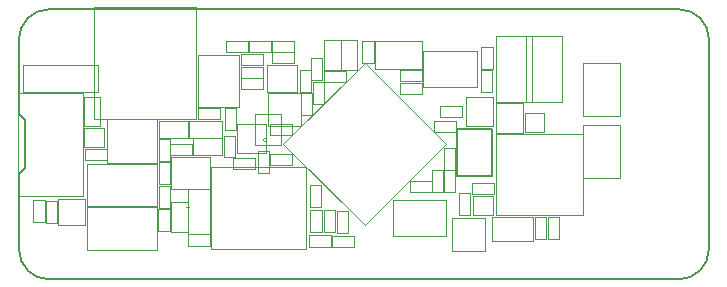
<source format=gbr>
G04 #@! TF.GenerationSoftware,KiCad,Pcbnew,5.1.5+dfsg1-2~bpo10+1*
G04 #@! TF.CreationDate,2020-03-27T19:59:47+01:00*
G04 #@! TF.ProjectId,quick-feather-board,71756963-6b2d-4666-9561-746865722d62,rev?*
G04 #@! TF.SameCoordinates,Original*
G04 #@! TF.FileFunction,Other,User*
%FSLAX46Y46*%
G04 Gerber Fmt 4.6, Leading zero omitted, Abs format (unit mm)*
G04 Created by KiCad (PCBNEW 5.1.5+dfsg1-2~bpo10+1) date 2020-03-27 19:59:47*
%MOMM*%
%LPD*%
G04 APERTURE LIST*
%ADD10C,0.150000*%
%ADD11C,0.100000*%
%ADD12C,0.050000*%
%ADD13C,0.120000*%
G04 APERTURE END LIST*
D10*
X123101100Y-102463600D02*
X123609100Y-102971600D01*
X123609100Y-102971600D02*
X123609100Y-107035600D01*
X123609100Y-107035600D02*
X123101100Y-107543600D01*
X178981100Y-93573600D02*
G75*
G02X181521100Y-96113600I0J-2540000D01*
G01*
X181521100Y-113893600D02*
G75*
G02X178981100Y-116433600I-2540000J0D01*
G01*
X125641100Y-116433600D02*
X178981100Y-116433600D01*
X181521100Y-113893600D02*
X181521100Y-96113600D01*
X178981100Y-93573600D02*
X125641100Y-93573600D01*
X123101100Y-96113600D02*
G75*
G02X125641100Y-93573600I2540000J0D01*
G01*
X123101100Y-96113600D02*
X123101100Y-102463600D01*
X123101100Y-107543600D02*
X123101100Y-113893600D01*
X125641100Y-116433600D02*
G75*
G02X123101100Y-113893600I0J2540000D01*
G01*
D11*
X144100000Y-104635000D02*
G75*
G03X144100000Y-104635000I-150000J0D01*
G01*
X143100000Y-105085000D02*
X143100000Y-102435000D01*
X145250000Y-105085000D02*
X143100000Y-105085000D01*
X145250000Y-102435000D02*
X145250000Y-105085000D01*
X143100000Y-102435000D02*
X145250000Y-102435000D01*
D12*
X163480000Y-104113600D02*
X163480000Y-110973600D01*
X163480000Y-104113600D02*
X170840000Y-104113600D01*
X163480000Y-110973600D02*
X170840000Y-110973600D01*
X170840000Y-104113600D02*
X170840000Y-110973600D01*
X128830000Y-110350000D02*
X134830000Y-110350000D01*
X128830000Y-113950000D02*
X128830000Y-110350000D01*
X134830000Y-113950000D02*
X128830000Y-113950000D01*
X134830000Y-110350000D02*
X134830000Y-113950000D01*
X128830000Y-106650000D02*
X134830000Y-106650000D01*
X128830000Y-110250000D02*
X128830000Y-106650000D01*
X134830000Y-110250000D02*
X128830000Y-110250000D01*
X134830000Y-106650000D02*
X134830000Y-110250000D01*
X137775300Y-105896700D02*
X135915300Y-105896700D01*
X137775300Y-104956700D02*
X137775300Y-105896700D01*
X135915300Y-104956700D02*
X137775300Y-104956700D01*
X135915300Y-105896700D02*
X135915300Y-104956700D01*
X128695060Y-111801700D02*
X126395060Y-111801700D01*
X128695060Y-109601700D02*
X126395060Y-109601700D01*
X128695060Y-109601700D02*
X128695060Y-111801700D01*
X126395060Y-109601700D02*
X126395060Y-111801700D01*
X152360000Y-111848936D02*
X145501064Y-104990000D01*
X159218936Y-104990000D02*
X152360000Y-111848936D01*
X152360000Y-98131064D02*
X159218936Y-104990000D01*
X145501064Y-104990000D02*
X152360000Y-98131064D01*
X125400300Y-111631700D02*
X125400300Y-109771700D01*
X126340300Y-111631700D02*
X125400300Y-111631700D01*
X126340300Y-109771700D02*
X126340300Y-111631700D01*
X125400300Y-109771700D02*
X126340300Y-109771700D01*
X173961000Y-107893000D02*
X170861000Y-107893000D01*
X173961000Y-107893000D02*
X173961000Y-103393000D01*
X170861000Y-103393000D02*
X170861000Y-107893000D01*
X170861000Y-103393000D02*
X173961000Y-103393000D01*
X159240000Y-109710000D02*
X159240000Y-112810000D01*
X159240000Y-109710000D02*
X154740000Y-109710000D01*
X154740000Y-112810000D02*
X159240000Y-112810000D01*
X154740000Y-112810000D02*
X154740000Y-109710000D01*
X173961000Y-102593000D02*
X170861000Y-102593000D01*
X173961000Y-102593000D02*
X173961000Y-98093000D01*
X170861000Y-98093000D02*
X170861000Y-102593000D01*
X170861000Y-98093000D02*
X173961000Y-98093000D01*
X161850000Y-97090000D02*
X161850000Y-100190000D01*
X161850000Y-97090000D02*
X157350000Y-97090000D01*
X157350000Y-100190000D02*
X161850000Y-100190000D01*
X157350000Y-100190000D02*
X157350000Y-97090000D01*
X137450000Y-108830000D02*
X139310000Y-108830000D01*
X137450000Y-112630000D02*
X139310000Y-112630000D01*
X139310000Y-108830000D02*
X139310000Y-112630000D01*
X137450000Y-108830000D02*
X137450000Y-112630000D01*
D13*
X137541800Y-110272800D02*
X137211600Y-110272800D01*
D12*
X144050000Y-103270000D02*
X144050000Y-105770000D01*
X141550000Y-103270000D02*
X144050000Y-103270000D01*
X141550000Y-105770000D02*
X141550000Y-103270000D01*
X144050000Y-105770000D02*
X141550000Y-105770000D01*
X144130000Y-98290000D02*
X146630000Y-98290000D01*
X146630000Y-98290000D02*
X146630000Y-100590000D01*
X146630000Y-100590000D02*
X144130000Y-100590000D01*
X144130000Y-100590000D02*
X144130000Y-98290000D01*
X165790000Y-101510000D02*
X165790000Y-104010000D01*
X165790000Y-104010000D02*
X163490000Y-104010000D01*
X163490000Y-104010000D02*
X163490000Y-101510000D01*
X163490000Y-101510000D02*
X165790000Y-101510000D01*
X163240000Y-100980000D02*
X163240000Y-103480000D01*
X163240000Y-103480000D02*
X160940000Y-103480000D01*
X160940000Y-103480000D02*
X160940000Y-100980000D01*
X160940000Y-100980000D02*
X163240000Y-100980000D01*
X166531100Y-101443600D02*
X166531100Y-95863600D01*
X166531100Y-101443600D02*
X163491100Y-101443600D01*
X166531100Y-95863600D02*
X163491100Y-95863600D01*
X163491100Y-101443600D02*
X163491100Y-95863600D01*
X166031000Y-101443000D02*
X166031000Y-95863000D01*
X169071000Y-95863000D02*
X166031000Y-95863000D01*
X169071000Y-101443000D02*
X166031000Y-101443000D01*
X169071000Y-101443000D02*
X169071000Y-95863000D01*
X141750000Y-97430000D02*
X138250000Y-97430000D01*
X138250000Y-97430000D02*
X138250000Y-101830000D01*
X138250000Y-101830000D02*
X141750000Y-101830000D01*
X141750000Y-101830000D02*
X141750000Y-97430000D01*
X148770000Y-97670000D02*
X148770000Y-99530000D01*
X147830000Y-97670000D02*
X148770000Y-97670000D01*
X147830000Y-99530000D02*
X147830000Y-97670000D01*
X148770000Y-99530000D02*
X147830000Y-99530000D01*
X135960000Y-108750000D02*
X139260000Y-108750000D01*
X135960000Y-106050000D02*
X139260000Y-106050000D01*
X139260000Y-106050000D02*
X139260000Y-108750000D01*
X135960000Y-106050000D02*
X135960000Y-108750000D01*
X139400000Y-106900000D02*
X147400000Y-106900000D01*
X147400000Y-106900000D02*
X147400000Y-113900000D01*
X147400000Y-113900000D02*
X139400000Y-113900000D01*
X139400000Y-113900000D02*
X139400000Y-106900000D01*
X138119100Y-93400000D02*
X129419100Y-93400000D01*
X138119100Y-93400000D02*
X138119100Y-102900000D01*
X138119100Y-102900000D02*
X129419100Y-102900000D01*
X129419100Y-93400000D02*
X129419100Y-102900000D01*
X122990000Y-100653600D02*
X128490000Y-100653600D01*
X122990000Y-100653600D02*
X122990000Y-109353600D01*
X122990000Y-109353600D02*
X128490000Y-109353600D01*
X128490000Y-100653600D02*
X128490000Y-109353600D01*
X129775000Y-98300000D02*
X129775000Y-100600000D01*
X129775000Y-100600000D02*
X123425000Y-100600000D01*
X123425000Y-100600000D02*
X123425000Y-98300000D01*
X129775000Y-98300000D02*
X123425000Y-98300000D01*
X140330000Y-103020000D02*
X140330000Y-104440000D01*
X137530000Y-103020000D02*
X137530000Y-104440000D01*
X140330000Y-104440000D02*
X137530000Y-104440000D01*
X140330000Y-103020000D02*
X137530000Y-103020000D01*
X130000000Y-103480000D02*
X128580000Y-103480000D01*
X130000000Y-101120000D02*
X130000000Y-103340000D01*
X128580000Y-100980000D02*
X130000000Y-100980000D01*
X128580000Y-103340000D02*
X128580000Y-101120000D01*
X130000000Y-103340000D02*
X130000000Y-103480000D01*
X128580000Y-103340000D02*
X128580000Y-103480000D01*
X128580000Y-101120000D02*
X128580000Y-100980000D01*
X130000000Y-101120000D02*
X130000000Y-100980000D01*
X140300000Y-104490000D02*
X140300000Y-105910000D01*
X137940000Y-104490000D02*
X140160000Y-104490000D01*
X137800000Y-105910000D02*
X137800000Y-104490000D01*
X140160000Y-105910000D02*
X137940000Y-105910000D01*
X140160000Y-104490000D02*
X140300000Y-104490000D01*
X140160000Y-105910000D02*
X140300000Y-105910000D01*
X137940000Y-105910000D02*
X137800000Y-105910000D01*
X137940000Y-104490000D02*
X137800000Y-104490000D01*
X134940000Y-104430000D02*
X134940000Y-103010000D01*
X137300000Y-104430000D02*
X135080000Y-104430000D01*
X137440000Y-103010000D02*
X137440000Y-104430000D01*
X135080000Y-103010000D02*
X137300000Y-103010000D01*
X135080000Y-104430000D02*
X134940000Y-104430000D01*
X135080000Y-103010000D02*
X134940000Y-103010000D01*
X137300000Y-103010000D02*
X137440000Y-103010000D01*
X137300000Y-104430000D02*
X137440000Y-104430000D01*
X137390000Y-112430000D02*
X135970000Y-112430000D01*
X137390000Y-110070000D02*
X137390000Y-112290000D01*
X135970000Y-109930000D02*
X137390000Y-109930000D01*
X135970000Y-112290000D02*
X135970000Y-110070000D01*
X137390000Y-112290000D02*
X137390000Y-112430000D01*
X135970000Y-112290000D02*
X135970000Y-112430000D01*
X135970000Y-110070000D02*
X135970000Y-109930000D01*
X137390000Y-110070000D02*
X137390000Y-109930000D01*
X128730000Y-105420000D02*
X130590000Y-105420000D01*
X128730000Y-106360000D02*
X128730000Y-105420000D01*
X130590000Y-106360000D02*
X128730000Y-106360000D01*
X130590000Y-105420000D02*
X130590000Y-106360000D01*
X134930000Y-106390000D02*
X134930000Y-104530000D01*
X135870000Y-106390000D02*
X134930000Y-106390000D01*
X135870000Y-104530000D02*
X135870000Y-106390000D01*
X134930000Y-104530000D02*
X135870000Y-104530000D01*
X135870000Y-108510000D02*
X135870000Y-110370000D01*
X134930000Y-108510000D02*
X135870000Y-108510000D01*
X134930000Y-110370000D02*
X134930000Y-108510000D01*
X135870000Y-110370000D02*
X134930000Y-110370000D01*
X135860000Y-106520000D02*
X135860000Y-108380000D01*
X134920000Y-106520000D02*
X135860000Y-106520000D01*
X134920000Y-108380000D02*
X134920000Y-106520000D01*
X135860000Y-108380000D02*
X134920000Y-108380000D01*
X135850000Y-110450000D02*
X135850000Y-112310000D01*
X134910000Y-110450000D02*
X135850000Y-110450000D01*
X134910000Y-112310000D02*
X134910000Y-110450000D01*
X135850000Y-112310000D02*
X134910000Y-112310000D01*
X153220000Y-98630000D02*
X153220000Y-96230000D01*
X153220000Y-96230000D02*
X157240000Y-96230000D01*
X157240000Y-98630000D02*
X157240000Y-96230000D01*
X153220000Y-98630000D02*
X157240000Y-98630000D01*
X153130000Y-96220000D02*
X153130000Y-98080000D01*
X152190000Y-96220000D02*
X153130000Y-96220000D01*
X152190000Y-98080000D02*
X152190000Y-96220000D01*
X153130000Y-98080000D02*
X152190000Y-98080000D01*
X148900000Y-99720000D02*
X148900000Y-101580000D01*
X147960000Y-99720000D02*
X148900000Y-99720000D01*
X147960000Y-101580000D02*
X147960000Y-99720000D01*
X148900000Y-101580000D02*
X147960000Y-101580000D01*
X167740300Y-111171700D02*
X167740300Y-113031700D01*
X166800300Y-111171700D02*
X167740300Y-111171700D01*
X166800300Y-113031700D02*
X166800300Y-111171700D01*
X167740300Y-113031700D02*
X166800300Y-113031700D01*
X150000000Y-112510000D02*
X150000000Y-110650000D01*
X150940000Y-112510000D02*
X150000000Y-112510000D01*
X150940000Y-110650000D02*
X150940000Y-112510000D01*
X150000000Y-110650000D02*
X150940000Y-110650000D01*
X147750000Y-110310000D02*
X147750000Y-108450000D01*
X148690000Y-110310000D02*
X147750000Y-110310000D01*
X148690000Y-108450000D02*
X148690000Y-110310000D01*
X147750000Y-108450000D02*
X148690000Y-108450000D01*
X148890000Y-112470000D02*
X148890000Y-110610000D01*
X149830000Y-112470000D02*
X148890000Y-112470000D01*
X149830000Y-110610000D02*
X149830000Y-112470000D01*
X148890000Y-110610000D02*
X149830000Y-110610000D01*
X147780000Y-112450000D02*
X147780000Y-110590000D01*
X148720000Y-112450000D02*
X147780000Y-112450000D01*
X148720000Y-110590000D02*
X148720000Y-112450000D01*
X147780000Y-110590000D02*
X148720000Y-110590000D01*
D10*
X160890000Y-107700000D02*
X160190000Y-107700000D01*
X160890000Y-107700000D02*
X163190000Y-107700000D01*
X160190000Y-103670000D02*
X161700000Y-103670000D01*
X160190000Y-107700000D02*
X160190000Y-103670000D01*
X163190000Y-103670000D02*
X163190000Y-107700000D01*
X161690000Y-103670000D02*
X163190000Y-103670000D01*
D12*
X160030000Y-107210000D02*
X160030000Y-109070000D01*
X159090000Y-107210000D02*
X160030000Y-107210000D01*
X159090000Y-109070000D02*
X159090000Y-107210000D01*
X160030000Y-109070000D02*
X159090000Y-109070000D01*
X159100000Y-107140000D02*
X159100000Y-105280000D01*
X160040000Y-107140000D02*
X159100000Y-107140000D01*
X160040000Y-105280000D02*
X160040000Y-107140000D01*
X159100000Y-105280000D02*
X160040000Y-105280000D01*
X143800000Y-100320000D02*
X141940000Y-100320000D01*
X143800000Y-99380000D02*
X143800000Y-100320000D01*
X141940000Y-99380000D02*
X143800000Y-99380000D01*
X141940000Y-100320000D02*
X141940000Y-99380000D01*
X141371000Y-106123000D02*
X140431000Y-106123000D01*
X140431000Y-106123000D02*
X140431000Y-104263000D01*
X140431000Y-104263000D02*
X141371000Y-104263000D01*
X141371000Y-104263000D02*
X141371000Y-106123000D01*
X144381000Y-103253000D02*
X146241000Y-103253000D01*
X144381000Y-104193000D02*
X144381000Y-103253000D01*
X146241000Y-104193000D02*
X144381000Y-104193000D01*
X146241000Y-103253000D02*
X146241000Y-104193000D01*
X147950000Y-100640000D02*
X147950000Y-102500000D01*
X147010000Y-100640000D02*
X147950000Y-100640000D01*
X147010000Y-102500000D02*
X147010000Y-100640000D01*
X147950000Y-102500000D02*
X147010000Y-102500000D01*
X141450000Y-101915000D02*
X141450000Y-103775000D01*
X140510000Y-101915000D02*
X141450000Y-101915000D01*
X140510000Y-103775000D02*
X140510000Y-101915000D01*
X141450000Y-103775000D02*
X140510000Y-103775000D01*
X146880000Y-100540000D02*
X146880000Y-98680000D01*
X147820000Y-100540000D02*
X146880000Y-100540000D01*
X147820000Y-98680000D02*
X147820000Y-100540000D01*
X146880000Y-98680000D02*
X147820000Y-98680000D01*
X155400000Y-99790000D02*
X157260000Y-99790000D01*
X155400000Y-100730000D02*
X155400000Y-99790000D01*
X157260000Y-100730000D02*
X155400000Y-100730000D01*
X157260000Y-99790000D02*
X157260000Y-100730000D01*
X158720000Y-101780000D02*
X160580000Y-101780000D01*
X158720000Y-102720000D02*
X158720000Y-101780000D01*
X160580000Y-102720000D02*
X158720000Y-102720000D01*
X160580000Y-101780000D02*
X160580000Y-102720000D01*
X146420000Y-98140000D02*
X144560000Y-98140000D01*
X146420000Y-97200000D02*
X146420000Y-98140000D01*
X144560000Y-97200000D02*
X146420000Y-97200000D01*
X144560000Y-98140000D02*
X144560000Y-97200000D01*
X148910000Y-98760000D02*
X150770000Y-98760000D01*
X148910000Y-99700000D02*
X148910000Y-98760000D01*
X150770000Y-99700000D02*
X148910000Y-99700000D01*
X150770000Y-98760000D02*
X150770000Y-99700000D01*
X160130000Y-103990000D02*
X158270000Y-103990000D01*
X160130000Y-103050000D02*
X160130000Y-103990000D01*
X158270000Y-103050000D02*
X160130000Y-103050000D01*
X158270000Y-103990000D02*
X158270000Y-103050000D01*
X150360000Y-98700000D02*
X148940000Y-98700000D01*
X150360000Y-96340000D02*
X150360000Y-98560000D01*
X148940000Y-96200000D02*
X150360000Y-96200000D01*
X148940000Y-98560000D02*
X148940000Y-96340000D01*
X150360000Y-98560000D02*
X150360000Y-98700000D01*
X148940000Y-98560000D02*
X148940000Y-98700000D01*
X148940000Y-96340000D02*
X148940000Y-96200000D01*
X150360000Y-96340000D02*
X150360000Y-96200000D01*
X144385000Y-105850000D02*
X146245000Y-105850000D01*
X144385000Y-106790000D02*
X144385000Y-105850000D01*
X146245000Y-106790000D02*
X144385000Y-106790000D01*
X146245000Y-105850000D02*
X146245000Y-106790000D01*
X151750000Y-98700000D02*
X150330000Y-98700000D01*
X151750000Y-96340000D02*
X151750000Y-98560000D01*
X150330000Y-96200000D02*
X151750000Y-96200000D01*
X150330000Y-98560000D02*
X150330000Y-96340000D01*
X151750000Y-98560000D02*
X151750000Y-98700000D01*
X150330000Y-98560000D02*
X150330000Y-98700000D01*
X150330000Y-96340000D02*
X150330000Y-96200000D01*
X151750000Y-96340000D02*
X151750000Y-96200000D01*
X158040000Y-109060000D02*
X156180000Y-109060000D01*
X158040000Y-108120000D02*
X158040000Y-109060000D01*
X156180000Y-108120000D02*
X158040000Y-108120000D01*
X156180000Y-109060000D02*
X156180000Y-108120000D01*
X143111000Y-107093000D02*
X141251000Y-107093000D01*
X143111000Y-106153000D02*
X143111000Y-107093000D01*
X141251000Y-106153000D02*
X143111000Y-106153000D01*
X141251000Y-107093000D02*
X141251000Y-106153000D01*
X144311000Y-105563000D02*
X144311000Y-107423000D01*
X143371000Y-105563000D02*
X144311000Y-105563000D01*
X143371000Y-107423000D02*
X143371000Y-105563000D01*
X144311000Y-107423000D02*
X143371000Y-107423000D01*
X162250000Y-100600000D02*
X162250000Y-98740000D01*
X163190000Y-100600000D02*
X162250000Y-100600000D01*
X163190000Y-98740000D02*
X163190000Y-100600000D01*
X162250000Y-98740000D02*
X163190000Y-98740000D01*
X138270000Y-101950000D02*
X140130000Y-101950000D01*
X138270000Y-102890000D02*
X138270000Y-101950000D01*
X140130000Y-102890000D02*
X138270000Y-102890000D01*
X140130000Y-101950000D02*
X140130000Y-102890000D01*
X141930000Y-98430000D02*
X143790000Y-98430000D01*
X141930000Y-99370000D02*
X141930000Y-98430000D01*
X143790000Y-99370000D02*
X141930000Y-99370000D01*
X143790000Y-98430000D02*
X143790000Y-99370000D01*
X147640000Y-112720000D02*
X149500000Y-112720000D01*
X147640000Y-113660000D02*
X147640000Y-112720000D01*
X149500000Y-113660000D02*
X147640000Y-113660000D01*
X149500000Y-112720000D02*
X149500000Y-113660000D01*
X149585000Y-112730000D02*
X151445000Y-112730000D01*
X149585000Y-113670000D02*
X149585000Y-112730000D01*
X151445000Y-113670000D02*
X149585000Y-113670000D01*
X151445000Y-112730000D02*
X151445000Y-113670000D01*
X167910000Y-113030000D02*
X167910000Y-111170000D01*
X168850000Y-113030000D02*
X167910000Y-113030000D01*
X168850000Y-111170000D02*
X168850000Y-113030000D01*
X167910000Y-111170000D02*
X168850000Y-111170000D01*
X163320000Y-108270000D02*
X163320000Y-109210000D01*
X163320000Y-109210000D02*
X161460000Y-109210000D01*
X161460000Y-109210000D02*
X161460000Y-108270000D01*
X161460000Y-108270000D02*
X163320000Y-108270000D01*
X161320000Y-109100000D02*
X161320000Y-110960000D01*
X160380000Y-109100000D02*
X161320000Y-109100000D01*
X160380000Y-110960000D02*
X160380000Y-109100000D01*
X161320000Y-110960000D02*
X160380000Y-110960000D01*
X141940000Y-97320000D02*
X143800000Y-97320000D01*
X141940000Y-98260000D02*
X141940000Y-97320000D01*
X143800000Y-98260000D02*
X141940000Y-98260000D01*
X143800000Y-97320000D02*
X143800000Y-98260000D01*
X124330000Y-111620000D02*
X124330000Y-109760000D01*
X125270000Y-111620000D02*
X124330000Y-111620000D01*
X125270000Y-109760000D02*
X125270000Y-111620000D01*
X124330000Y-109760000D02*
X125270000Y-109760000D01*
X158050000Y-109060000D02*
X158050000Y-107200000D01*
X158990000Y-109060000D02*
X158050000Y-109060000D01*
X158990000Y-107200000D02*
X158990000Y-109060000D01*
X158050000Y-107200000D02*
X158990000Y-107200000D01*
X157220000Y-99680000D02*
X155360000Y-99680000D01*
X157220000Y-98740000D02*
X157220000Y-99680000D01*
X155360000Y-98740000D02*
X157220000Y-98740000D01*
X155360000Y-99680000D02*
X155360000Y-98740000D01*
X134825000Y-106555000D02*
X130575000Y-106555000D01*
X134825000Y-102905000D02*
X134825000Y-106555000D01*
X130575000Y-102905000D02*
X134825000Y-102905000D01*
X130575000Y-106555000D02*
X130575000Y-102905000D01*
X163200000Y-96770000D02*
X163200000Y-98630000D01*
X162260000Y-96770000D02*
X163200000Y-96770000D01*
X162260000Y-98630000D02*
X162260000Y-96770000D01*
X163200000Y-98630000D02*
X162260000Y-98630000D01*
X140610000Y-96280000D02*
X142470000Y-96280000D01*
X140610000Y-97220000D02*
X140610000Y-96280000D01*
X142470000Y-97220000D02*
X140610000Y-97220000D01*
X142470000Y-96280000D02*
X142470000Y-97220000D01*
X144430000Y-97210000D02*
X142570000Y-97210000D01*
X144430000Y-96270000D02*
X144430000Y-97210000D01*
X142570000Y-96270000D02*
X144430000Y-96270000D01*
X142570000Y-97210000D02*
X142570000Y-96270000D01*
X144540000Y-96280000D02*
X146400000Y-96280000D01*
X144540000Y-97220000D02*
X144540000Y-96280000D01*
X146400000Y-97220000D02*
X144540000Y-97220000D01*
X146400000Y-96280000D02*
X146400000Y-97220000D01*
X139300000Y-113580000D02*
X137440000Y-113580000D01*
X139300000Y-112640000D02*
X139300000Y-113580000D01*
X137440000Y-112640000D02*
X139300000Y-112640000D01*
X137440000Y-113580000D02*
X137440000Y-112640000D01*
X146947000Y-100673000D02*
X144153000Y-100673000D01*
X146947000Y-100673000D02*
X146947000Y-103467000D01*
X144153000Y-100673000D02*
X144153000Y-103467000D01*
X146947000Y-103467000D02*
X144153000Y-103467000D01*
X162593000Y-111227000D02*
X159799000Y-111227000D01*
X162593000Y-111227000D02*
X162593000Y-114021000D01*
X159799000Y-111227000D02*
X159799000Y-114021000D01*
X162593000Y-114021000D02*
X159799000Y-114021000D01*
X163205000Y-110995000D02*
X161555000Y-110995000D01*
X161555000Y-110995000D02*
X161555000Y-109345000D01*
X161555000Y-109345000D02*
X163205000Y-109345000D01*
X163205000Y-109345000D02*
X163205000Y-110995000D01*
X165925000Y-102315000D02*
X167575000Y-102315000D01*
X167575000Y-102315000D02*
X167575000Y-103965000D01*
X167575000Y-103965000D02*
X165925000Y-103965000D01*
X165925000Y-103965000D02*
X165925000Y-102315000D01*
X128625000Y-105275000D02*
X128625000Y-103625000D01*
X128625000Y-103625000D02*
X130275000Y-103625000D01*
X130275000Y-103625000D02*
X130275000Y-105275000D01*
X130275000Y-105275000D02*
X128625000Y-105275000D01*
X166645300Y-113151700D02*
X163145300Y-113151700D01*
X163145300Y-113151700D02*
X163145300Y-111151700D01*
X163145300Y-111151700D02*
X166645300Y-111151700D01*
X166645300Y-111151700D02*
X166645300Y-113151700D01*
M02*

</source>
